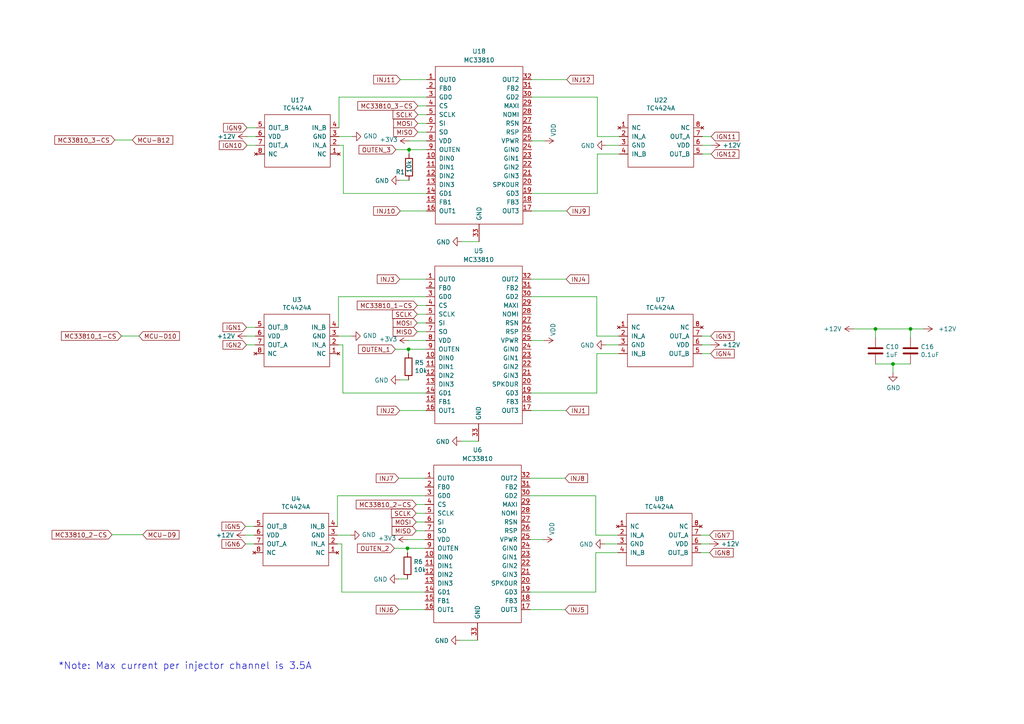
<source format=kicad_sch>
(kicad_sch (version 20230121) (generator eeschema)
  (paper "A4")
  (lib_symbols
    (symbol "AeonLabs_Automotive:MC33810" (pin_names (offset 1.016))
      (property "Reference" "U6" (at -12.7 41.021 0))
      (property "Value" "MC33810" (at -12.7 38.7096 0))
      (symbol "MC33810_0_0"
        (pin power_in line (at -12.7 -13.97 90) (length 5.08) (name "GND") (number "33"))
      )
      (symbol "MC33810_0_1"
        (rectangle (start -25.4 36.83) (end 0 -8.89))
      )
      (symbol "MC33810_1_1"
        (pin output line (at -27.94 33.02 0) (length 2.54) (name "OUT0") (number "1"))
        (pin input line (at -27.94 10.16 0) (length 2.54) (name "DIN0") (number "10"))
        (pin input line (at -27.94 7.62 0) (length 2.54) (name "DIN1") (number "11"))
        (pin input line (at -27.94 5.08 0) (length 2.54) (name "DIN2") (number "12"))
        (pin input line (at -27.94 2.54 0) (length 2.54) (name "DIN3") (number "13"))
        (pin output line (at -27.94 0 0) (length 2.54) (name "GD1") (number "14"))
        (pin input line (at -27.94 -2.54 0) (length 2.54) (name "FB1") (number "15"))
        (pin output line (at -27.94 -5.08 0) (length 2.54) (name "OUT1") (number "16"))
        (pin output line (at 2.54 -5.08 180) (length 2.54) (name "OUT3") (number "17"))
        (pin input line (at 2.54 -2.54 180) (length 2.54) (name "FB3") (number "18"))
        (pin output line (at 2.54 0 180) (length 2.54) (name "GD3") (number "19"))
        (pin input line (at -27.94 30.48 0) (length 2.54) (name "FB0") (number "2"))
        (pin output line (at 2.54 2.54 180) (length 2.54) (name "SPKDUR") (number "20"))
        (pin input line (at 2.54 5.08 180) (length 2.54) (name "GIN3") (number "21"))
        (pin input line (at 2.54 7.62 180) (length 2.54) (name "GIN2") (number "22"))
        (pin input line (at 2.54 10.16 180) (length 2.54) (name "GIN1") (number "23"))
        (pin input line (at 2.54 12.7 180) (length 2.54) (name "GIN0") (number "24"))
        (pin power_in line (at 2.54 15.24 180) (length 2.54) (name "VPWR") (number "25"))
        (pin input line (at 2.54 17.78 180) (length 2.54) (name "RSP") (number "26"))
        (pin input line (at 2.54 20.32 180) (length 2.54) (name "RSN") (number "27"))
        (pin output line (at 2.54 22.86 180) (length 2.54) (name "NOMI") (number "28"))
        (pin output line (at 2.54 25.4 180) (length 2.54) (name "MAXI") (number "29"))
        (pin output line (at -27.94 27.94 0) (length 2.54) (name "GD0") (number "3"))
        (pin output line (at 2.54 27.94 180) (length 2.54) (name "GD2") (number "30"))
        (pin input line (at 2.54 30.48 180) (length 2.54) (name "FB2") (number "31"))
        (pin output line (at 2.54 33.02 180) (length 2.54) (name "OUT2") (number "32"))
        (pin input line (at -27.94 25.4 0) (length 2.54) (name "CS") (number "4"))
        (pin input line (at -27.94 22.86 0) (length 2.54) (name "SCLK") (number "5"))
        (pin input line (at -27.94 20.32 0) (length 2.54) (name "SI") (number "6"))
        (pin output line (at -27.94 17.78 0) (length 2.54) (name "SO") (number "7"))
        (pin input line (at -27.94 15.24 0) (length 2.54) (name "VDD") (number "8"))
        (pin input line (at -27.94 12.7 0) (length 2.54) (name "OUTEN") (number "9"))
      )
    )
    (symbol "Device:C" (pin_numbers hide) (pin_names (offset 0.254))
      (property "Reference" "C" (at 0.635 2.54 0))
      (property "Value" "C" (at 0.635 -2.54 0))
      (symbol "C_0_1"
        (polyline (pts (xy -2.032 -0.762) (xy 2.032 -0.762)) (stroke (width 0.508)))
        (polyline (pts (xy -2.032 0.762) (xy 2.032 0.762)) (stroke (width 0.508)))
      )
      (symbol "C_1_1"
        (pin passive line (at 0 3.81 270) (length 2.794) (name "~") (number "1"))
        (pin passive line (at 0 -3.81 90) (length 2.794) (name "~") (number "2"))
      )
    )
    (symbol "Device:R" (pin_numbers hide) (pin_names (offset 0))
      (property "Reference" "R" (at 2.032 0 90))
      (property "Value" "R" (at 0 0 90))
      (symbol "R_0_1"
        (rectangle (start -1.016 -2.54) (end 1.016 2.54) (stroke (width 0.254)))
      )
      (symbol "R_1_1"
        (pin passive line (at 0 3.81 270) (length 1.27) (name "~") (number "1"))
        (pin passive line (at 0 -3.81 90) (length 1.27) (name "~") (number "2"))
      )
    )
    (symbol "IC_Automotive:TC4424A" (pin_names (offset 1.016))
      (property "Reference" "U" (at -7.62 38.1 0))
      (property "Value" "TC4424A" (at -15.24 38.1 0))
      (symbol "TC4424A_0_1"
        (rectangle (start -25.4 36.83) (end -6.35 21.59))
      )
      (symbol "TC4424A_1_1"
        (pin no_connect line (at -27.94 33.02 0) (length 2.54) (name "NC") (number "1"))
        (pin input line (at -27.94 30.48 0) (length 2.54) (name "IN_A") (number "2"))
        (pin power_in line (at -27.94 27.94 0) (length 2.54) (name "GND") (number "3"))
        (pin input line (at -27.94 25.4 0) (length 2.54) (name "IN_B") (number "4"))
        (pin input line (at -3.81 25.4 180) (length 2.54) (name "OUT_B") (number "5"))
        (pin power_in line (at -3.81 27.94 180) (length 2.54) (name "VDD") (number "6"))
        (pin output line (at -3.81 30.48 180) (length 2.54) (name "OUT_A") (number "7"))
        (pin no_connect line (at -3.81 33.02 180) (length 2.54) (name "NC") (number "8"))
      )
    )
    (symbol "power:+12V" (power) (pin_names (offset 0))
      (property "Value" "+12V" (at 0 3.556 0))
      (symbol "+12V_0_1"
        (polyline (pts (xy -0.762 1.27) (xy 0 2.54)))
        (polyline (pts (xy 0 0) (xy 0 2.54)))
        (polyline (pts (xy 0 2.54) (xy 0.762 1.27)))
      )
      (symbol "+12V_1_1"
        (pin power_in line (at 0 0 90) (length 0) hide (name "+12V") (number "1"))
      )
    )
    (symbol "power:+3V3" (power) (pin_names (offset 0))
      (property "Value" "+3V3" (at 0 3.556 0))
      (symbol "+3V3_0_1"
        (polyline (pts (xy -0.762 1.27) (xy 0 2.54)))
        (polyline (pts (xy 0 0) (xy 0 2.54)))
        (polyline (pts (xy 0 2.54) (xy 0.762 1.27)))
      )
      (symbol "+3V3_1_1"
        (pin power_in line (at 0 0 90) (length 0) hide (name "+3V3") (number "1"))
      )
    )
    (symbol "power:GND" (power) (pin_names (offset 0))
      (property "Value" "GND" (at 0 -3.81 0))
      (symbol "GND_0_1"
        (polyline (pts (xy 0 0) (xy 0 -1.27) (xy 1.27 -1.27) (xy 0 -2.54) (xy -1.27 -1.27) (xy 0 -1.27)))
      )
      (symbol "GND_1_1"
        (pin power_in line (at 0 0 270) (length 0) hide (name "GND") (number "1"))
      )
    )
    (symbol "power:VDD" (power) (pin_names (offset 0))
      (property "Value" "VDD" (at 0 3.81 0))
      (symbol "VDD_0_1"
        (polyline (pts (xy -0.762 1.27) (xy 0 2.54)))
        (polyline (pts (xy 0 0) (xy 0 2.54)))
        (polyline (pts (xy 0 2.54) (xy 0.762 1.27)))
      )
      (symbol "VDD_1_1"
        (pin power_in line (at 0 0 90) (length 0) hide (name "VDD") (number "1"))
      )
    )
  )
  (junction (at 253.9238 95.4024))
  (junction (at 259.0038 105.5624))
  (junction (at 264.0838 95.4024))
  (junction (at 118.491 101.2952))
  (junction (at 118.6434 43.4086))
  (junction (at 118.1862 159.0294))
  (wire (pts (xy 71.6534 37.0586) (xy 74.1934 37.0586)))
  (wire (pts (xy 173.101 97.4852) (xy 173.101 86.0552)))
  (wire (pts (xy 203.581 97.4852) (xy 206.121 97.4852)))
  (wire (pts (xy 115.6462 176.8094) (xy 123.2662 176.8094)))
  (wire (pts (xy 121.1834 35.7886) (xy 123.7234 35.7886)))
  (wire (pts (xy 118.6434 40.8686) (xy 123.7234 40.8686)))
  (wire (pts (xy 203.7334 39.5986) (xy 206.2734 39.5986)))
  (wire (pts (xy 203.7334 44.6786) (xy 206.2734 44.6786)))
  (wire (pts (xy 206.2734 42.1386) (xy 203.7334 42.1386)))
  (wire (pts (xy 99.441 113.9952) (xy 123.571 113.9952)))
  (wire (pts (xy 133.8834 70.0786) (xy 138.9634 70.0786)))
  (wire (pts (xy 99.1362 171.7294) (xy 123.2662 171.7294)))
  (wire (pts (xy 154.2034 23.0886) (xy 164.3634 23.0886)))
  (wire (pts (xy 41.402 155.0924) (xy 32.512 155.0924)))
  (wire (pts (xy 120.7262 148.8694) (xy 123.2662 148.8694)))
  (wire (pts (xy 116.1034 23.0886) (xy 123.7234 23.0886)))
  (wire (pts (xy 158.0134 40.8686) (xy 154.2034 40.8686)))
  (wire (pts (xy 114.681 101.2952) (xy 118.491 101.2952)))
  (wire (pts (xy 179.451 97.4852) (xy 173.101 97.4852)))
  (wire (pts (xy 116.1034 52.2986) (xy 118.6434 52.2986)))
  (wire (pts (xy 120.7262 146.3294) (xy 123.2662 146.3294)))
  (wire (pts (xy 118.6434 44.6786) (xy 118.6434 43.4086)))
  (wire (pts (xy 123.7234 28.1686) (xy 98.3234 28.1686)))
  (wire (pts (xy 154.2034 61.1886) (xy 164.3634 61.1886)))
  (wire (pts (xy 172.7962 155.2194) (xy 172.7962 143.7894)))
  (wire (pts (xy 173.101 86.0552) (xy 154.051 86.0552)))
  (wire (pts (xy 173.2534 44.6786) (xy 173.2534 56.1086)))
  (wire (pts (xy 98.171 86.0552) (xy 98.171 94.9452)))
  (wire (pts (xy 101.981 97.4852) (xy 98.171 97.4852)))
  (wire (pts (xy 157.861 98.7552) (xy 154.051 98.7552)))
  (wire (pts (xy 118.6434 43.4086) (xy 123.7234 43.4086)))
  (wire (pts (xy 71.6534 39.5986) (xy 74.1934 39.5986)))
  (wire (pts (xy 157.5562 156.4894) (xy 153.7462 156.4894)))
  (wire (pts (xy 179.1462 160.2994) (xy 172.7962 160.2994)))
  (wire (pts (xy 71.1962 152.6794) (xy 73.7362 152.6794)))
  (wire (pts (xy 101.6762 155.2194) (xy 97.8662 155.2194)))
  (wire (pts (xy 175.641 100.0252) (xy 179.451 100.0252)))
  (wire (pts (xy 264.0838 105.5624) (xy 259.0038 105.5624)))
  (wire (pts (xy 179.1462 155.2194) (xy 172.7962 155.2194)))
  (wire (pts (xy 172.7962 143.7894) (xy 153.7462 143.7894)))
  (wire (pts (xy 154.051 80.9752) (xy 164.211 80.9752)))
  (wire (pts (xy 102.1334 39.5986) (xy 98.3234 39.5986)))
  (wire (pts (xy 35.2298 97.4598) (xy 40.3098 97.4598)))
  (wire (pts (xy 120.7262 151.4094) (xy 123.2662 151.4094)))
  (wire (pts (xy 173.101 113.9952) (xy 154.051 113.9952)))
  (wire (pts (xy 153.7462 176.8094) (xy 163.9062 176.8094)))
  (wire (pts (xy 118.1862 159.0294) (xy 123.2662 159.0294)))
  (wire (pts (xy 253.9238 97.9424) (xy 253.9238 95.4024)))
  (wire (pts (xy 123.571 86.0552) (xy 98.171 86.0552)))
  (wire (pts (xy 121.1834 30.7086) (xy 123.7234 30.7086)))
  (wire (pts (xy 179.6034 39.5986) (xy 173.2534 39.5986)))
  (wire (pts (xy 71.501 100.0252) (xy 74.041 100.0252)))
  (wire (pts (xy 267.8938 95.4024) (xy 264.0838 95.4024)))
  (wire (pts (xy 172.7962 160.2994) (xy 172.7962 171.7294)))
  (wire (pts (xy 99.5934 56.1086) (xy 123.7234 56.1086)))
  (wire (pts (xy 114.8334 43.4086) (xy 118.6434 43.4086)))
  (wire (pts (xy 71.501 97.4852) (xy 74.041 97.4852)))
  (wire (pts (xy 121.1834 38.3286) (xy 123.7234 38.3286)))
  (wire (pts (xy 264.0838 95.4024) (xy 253.9238 95.4024)))
  (wire (pts (xy 206.121 100.0252) (xy 203.581 100.0252)))
  (wire (pts (xy 121.031 96.2152) (xy 123.571 96.2152)))
  (wire (pts (xy 153.7462 138.7094) (xy 163.9062 138.7094)))
  (wire (pts (xy 118.491 101.2952) (xy 123.571 101.2952)))
  (wire (pts (xy 203.2762 155.2194) (xy 205.8162 155.2194)))
  (wire (pts (xy 97.8662 157.7594) (xy 99.1362 157.7594)))
  (wire (pts (xy 259.0038 108.1024) (xy 259.0038 105.5624)))
  (wire (pts (xy 118.1862 160.2994) (xy 118.1862 159.0294)))
  (wire (pts (xy 173.2534 56.1086) (xy 154.2034 56.1086)))
  (wire (pts (xy 173.2534 39.5986) (xy 173.2534 28.1686)))
  (wire (pts (xy 179.451 102.5652) (xy 173.101 102.5652)))
  (wire (pts (xy 116.1034 61.1886) (xy 123.7234 61.1886)))
  (wire (pts (xy 121.031 93.6752) (xy 123.571 93.6752)))
  (wire (pts (xy 115.6462 167.9194) (xy 118.1862 167.9194)))
  (wire (pts (xy 98.3234 28.1686) (xy 98.3234 37.0586)))
  (wire (pts (xy 99.1362 157.7594) (xy 99.1362 171.7294)))
  (wire (pts (xy 179.6034 44.6786) (xy 173.2534 44.6786)))
  (wire (pts (xy 118.491 98.7552) (xy 123.571 98.7552)))
  (wire (pts (xy 71.6534 42.1386) (xy 74.1934 42.1386)))
  (wire (pts (xy 203.581 102.5652) (xy 206.121 102.5652)))
  (wire (pts (xy 173.2534 28.1686) (xy 154.2034 28.1686)))
  (wire (pts (xy 121.031 91.1352) (xy 123.571 91.1352)))
  (wire (pts (xy 33.2994 40.6146) (xy 38.3794 40.6146)))
  (wire (pts (xy 173.101 102.5652) (xy 173.101 113.9952)))
  (wire (pts (xy 71.1962 157.7594) (xy 73.7362 157.7594)))
  (wire (pts (xy 114.3762 159.0294) (xy 118.1862 159.0294)))
  (wire (pts (xy 115.951 110.1852) (xy 118.491 110.1852)))
  (wire (pts (xy 253.9238 95.4024) (xy 247.5738 95.4024)))
  (wire (pts (xy 118.1862 156.4894) (xy 123.2662 156.4894)))
  (wire (pts (xy 97.8662 143.7894) (xy 97.8662 152.6794)))
  (wire (pts (xy 120.7262 153.9494) (xy 123.2662 153.9494)))
  (wire (pts (xy 115.951 119.0752) (xy 123.571 119.0752)))
  (wire (pts (xy 133.731 127.9652) (xy 138.811 127.9652)))
  (wire (pts (xy 115.6462 138.7094) (xy 123.2662 138.7094)))
  (wire (pts (xy 99.441 100.0252) (xy 98.171 100.0252)))
  (wire (pts (xy 203.2762 160.2994) (xy 205.8162 160.2994)))
  (wire (pts (xy 71.1962 155.2194) (xy 73.7362 155.2194)))
  (wire (pts (xy 99.5934 56.1086) (xy 99.5934 42.1386)))
  (wire (pts (xy 205.8162 157.7594) (xy 203.2762 157.7594)))
  (wire (pts (xy 133.4262 185.6994) (xy 138.5062 185.6994)))
  (wire (pts (xy 71.501 94.9452) (xy 74.041 94.9452)))
  (wire (pts (xy 115.951 80.9752) (xy 123.571 80.9752)))
  (wire (pts (xy 99.441 113.9952) (xy 99.441 100.0252)))
  (wire (pts (xy 154.051 119.0752) (xy 164.211 119.0752)))
  (wire (pts (xy 172.7962 171.7294) (xy 153.7462 171.7294)))
  (wire (pts (xy 118.491 102.5652) (xy 118.491 101.2952)))
  (wire (pts (xy 175.7934 42.1386) (xy 179.6034 42.1386)))
  (wire (pts (xy 264.0838 97.9424) (xy 264.0838 95.4024)))
  (wire (pts (xy 123.2662 143.7894) (xy 97.8662 143.7894)))
  (wire (pts (xy 259.0038 105.5624) (xy 253.9238 105.5624)))
  (wire (pts (xy 121.1834 33.2486) (xy 123.7234 33.2486)))
  (wire (pts (xy 99.5934 42.1386) (xy 98.3234 42.1386)))
  (wire (pts (xy 175.3362 157.7594) (xy 179.1462 157.7594)))
  (wire (pts (xy 121.031 88.5952) (xy 123.571 88.5952)))
  (text "*Note: Max current per injector channel is 3.5A" (at 16.891 194.437 0) (effects (font (size 2.0066 2.0066)) (justify left bottom)))
  (global_label "SCLK" (shape input) (at 120.7262 148.8694 180) (property "Intersheetrefs" "${INTERSHEET_REFS}" (effects hide)))
  (global_label "IGN2" (shape input) (at 71.501 100.0252 180) (property "Intersheetrefs" "${INTERSHEET_REFS}" (effects hide)))
  (global_label "MISO" (shape input) (at 121.031 96.2152 180) (property "Intersheetrefs" "${INTERSHEET_REFS}" (effects hide)))
  (global_label "INJ3" (shape input) (at 115.951 80.9752 180) (property "Intersheetrefs" "${INTERSHEET_REFS}" (effects hide)))
  (global_label "MOSI" (shape input) (at 121.1834 35.7886 180) (property "Intersheetrefs" "${INTERSHEET_REFS}" (effects hide)))
  (global_label "IGN4" (shape input) (at 206.121 102.5652 0) (property "Intersheetrefs" "${INTERSHEET_REFS}" (effects hide)))
  (global_label "INJ7" (shape input) (at 115.6462 138.7094 180) (property "Intersheetrefs" "${INTERSHEET_REFS}" (effects hide)))
  (global_label "INJ9" (shape input) (at 164.3634 61.1886 0) (property "Intersheetrefs" "${INTERSHEET_REFS}" (effects hide)))
  (global_label "IGN5" (shape input) (at 71.1962 152.6794 180) (property "Intersheetrefs" "${INTERSHEET_REFS}" (effects hide)))
  (global_label "SCLK" (shape input) (at 121.031 91.1352 180) (property "Intersheetrefs" "${INTERSHEET_REFS}" (effects hide)))
  (global_label "IGN6" (shape input) (at 71.1962 157.7594 180) (property "Intersheetrefs" "${INTERSHEET_REFS}" (effects hide)))
  (global_label "IGN8" (shape input) (at 205.8162 160.2994 0) (property "Intersheetrefs" "${INTERSHEET_REFS}" (effects hide)))
  (global_label "IGN10" (shape input) (at 71.6534 42.1386 180) (property "Intersheetrefs" "${INTERSHEET_REFS}" (effects hide)))
  (global_label "MC33810_3-CS" (shape input) (at 121.1834 30.7086 180) (property "Intersheetrefs" "${INTERSHEET_REFS}" (effects hide)))
  (global_label "MCU-D9" (shape input) (at 41.402 155.0924 0) (property "Intersheetrefs" "${INTERSHEET_REFS}" (effects hide)))
  (global_label "INJ8" (shape input) (at 163.9062 138.7094 0) (property "Intersheetrefs" "${INTERSHEET_REFS}" (effects hide)))
  (global_label "MOSI" (shape input) (at 120.7262 151.4094 180) (property "Intersheetrefs" "${INTERSHEET_REFS}" (effects hide)))
  (global_label "MCU-B12" (shape input) (at 38.3794 40.6146 0) (property "Intersheetrefs" "${INTERSHEET_REFS}" (effects hide)))
  (global_label "IGN12" (shape input) (at 206.2734 44.6786 0) (property "Intersheetrefs" "${INTERSHEET_REFS}" (effects hide)))
  (global_label "INJ4" (shape input) (at 164.211 80.9752 0) (property "Intersheetrefs" "${INTERSHEET_REFS}" (effects hide)))
  (global_label "IGN3" (shape input) (at 206.121 97.4852 0) (property "Intersheetrefs" "${INTERSHEET_REFS}" (effects hide)))
  (global_label "MISO" (shape input) (at 120.7262 153.9494 180) (property "Intersheetrefs" "${INTERSHEET_REFS}" (effects hide)))
  (global_label "OUTEN_1" (shape input) (at 114.681 101.2952 180) (property "Intersheetrefs" "${INTERSHEET_REFS}" (effects hide)))
  (global_label "INJ6" (shape input) (at 115.6462 176.8094 180) (property "Intersheetrefs" "${INTERSHEET_REFS}" (effects hide)))
  (global_label "OUTEN_2" (shape input) (at 114.3762 159.0294 180) (property "Intersheetrefs" "${INTERSHEET_REFS}" (effects hide)))
  (global_label "IGN7" (shape input) (at 205.8162 155.2194 0) (property "Intersheetrefs" "${INTERSHEET_REFS}" (effects hide)))
  (global_label "INJ2" (shape input) (at 115.951 119.0752 180) (property "Intersheetrefs" "${INTERSHEET_REFS}" (effects hide)))
  (global_label "MISO" (shape input) (at 121.1834 38.3286 180) (property "Intersheetrefs" "${INTERSHEET_REFS}" (effects hide)))
  (global_label "MC33810_1-CS" (shape input) (at 121.031 88.5952 180) (property "Intersheetrefs" "${INTERSHEET_REFS}" (effects hide)))
  (global_label "IGN9" (shape input) (at 71.6534 37.0586 180) (property "Intersheetrefs" "${INTERSHEET_REFS}" (effects hide)))
  (global_label "MOSI" (shape input) (at 121.031 93.6752 180) (property "Intersheetrefs" "${INTERSHEET_REFS}" (effects hide)))
  (global_label "MCU-D10" (shape input) (at 40.3098 97.4598 0) (property "Intersheetrefs" "${INTERSHEET_REFS}" (effects hide)))
  (global_label "INJ5" (shape input) (at 163.9062 176.8094 0) (property "Intersheetrefs" "${INTERSHEET_REFS}" (effects hide)))
  (global_label "IGN1" (shape input) (at 71.501 94.9452 180) (property "Intersheetrefs" "${INTERSHEET_REFS}" (effects hide)))
  (global_label "MC33810_3-CS" (shape input) (at 33.2994 40.6146 180) (property "Intersheetrefs" "${INTERSHEET_REFS}" (effects hide)))
  (global_label "INJ11" (shape input) (at 116.1034 23.0886 180) (property "Intersheetrefs" "${INTERSHEET_REFS}" (effects hide)))
  (global_label "MC33810_1-CS" (shape input) (at 35.2298 97.4598 180) (property "Intersheetrefs" "${INTERSHEET_REFS}" (effects hide)))
  (global_label "INJ1" (shape input) (at 164.211 119.0752 0) (property "Intersheetrefs" "${INTERSHEET_REFS}" (effects hide)))
  (global_label "IGN11" (shape input) (at 206.2734 39.5986 0) (property "Intersheetrefs" "${INTERSHEET_REFS}" (effects hide)))
  (global_label "INJ12" (shape input) (at 164.3634 23.0886 0) (property "Intersheetrefs" "${INTERSHEET_REFS}" (effects hide)))
  (global_label "SCLK" (shape input) (at 121.1834 33.2486 180) (property "Intersheetrefs" "${INTERSHEET_REFS}" (effects hide)))
  (global_label "OUTEN_3" (shape input) (at 114.8334 43.4086 180) (property "Intersheetrefs" "${INTERSHEET_REFS}" (effects hide)))
  (global_label "MC33810_2-CS" (shape input) (at 32.512 155.0924 180) (property "Intersheetrefs" "${INTERSHEET_REFS}" (effects hide)))
  (global_label "INJ10" (shape input) (at 116.1034 61.1886 180) (property "Intersheetrefs" "${INTERSHEET_REFS}" (effects hide)))
  (global_label "MC33810_2-CS" (shape input) (at 120.7262 146.3294 180) (property "Intersheetrefs" "${INTERSHEET_REFS}" (effects hide)))
  (symbol (lib_id "IC_Automotive:TC4424A") (at 207.391 127.9652 0) (unit 1)
    (property "Reference" "U7" (at 191.516 86.9442 0))
    (property "Value" "TC4424A" (at 191.516 89.2556 0))
    (property "Footprint" "Package_SO:SOIC-8_3.9x4.9mm_P1.27mm" (effects hide))
    (property "Digikey Part Number" "TC4424AVOA-ND" (effects hide))
    (property "Manufacturer_Name" "Microchip" (effects hide))
    (property "Manufacturer_Part_Number" "TC4424AVOA" (effects hide))
    (property "URL" "https://www.digikey.com/product-detail/en/microchip-technology/TC4424AVOA/TC4424AVOA-ND/1098908" (effects hide))
  )
  (symbol (lib_id "power:GND") (at 175.641 100.0252 270) (unit 1)
    (property "Reference" "#PWR0101" (effects hide))
    (property "Value" "GND" (at 172.3898 100.1522 90) (effects (justify right)))
  )
  (symbol (lib_id "IC_Automotive:TC4424A") (at 70.231 69.5452 180) (unit 1)
    (property "Reference" "U3" (at 86.106 86.9442 0))
    (property "Value" "TC4424A" (at 86.106 89.2556 0))
    (property "Footprint" "Package_SO:SOIC-8_3.9x4.9mm_P1.27mm" (effects hide))
    (property "Digikey Part Number" "TC4424AVOA-ND" (effects hide))
    (property "Manufacturer_Name" "Microchip" (effects hide))
    (property "Manufacturer_Part_Number" "TC4424AVOA" (effects hide))
    (property "URL" "https://www.digikey.com/product-detail/en/microchip-technology/TC4424AVOA/TC4424AVOA-ND/1098908" (effects hide))
  )
  (symbol (lib_id "power:GND") (at 101.981 97.4852 90) (unit 1)
    (property "Reference" "#PWR0102" (effects hide))
    (property "Value" "GND" (at 105.2322 97.3582 90) (effects (justify right)))
  )
  (symbol (lib_id "power:+3V3") (at 118.491 98.7552 90) (unit 1)
    (property "Reference" "#PWR0103" (effects hide))
    (property "Value" "+3V3" (at 115.2398 98.3742 90) (effects (justify left)))
  )
  (symbol (lib_id "Device:R") (at 118.491 106.3752 0) (unit 1)
    (property "Reference" "R5" (at 120.269 105.2068 0) (effects (justify left)))
    (property "Value" "10k" (at 120.269 107.5182 0) (effects (justify left)))
    (property "Footprint" "Resistor_SMD:R_0805_2012Metric" (effects hide))
    (property "Digikey Part Number" "311-10KARCT-ND" (effects hide))
    (property "Manufacturer_Name" "Yageo" (effects hide))
    (property "Manufacturer_Part_Number" "RC0805JR-0710KL" (effects hide))
    (property "URL" "https://www.digikey.com/product-detail/en/yageo/RC0805JR-0710KL/311-10KARCT-ND/731188" (effects hide))
  )
  (symbol (lib_id "power:GND") (at 115.951 110.1852 270) (unit 1)
    (property "Reference" "#PWR0105" (effects hide))
    (property "Value" "GND" (at 112.6998 110.3122 90) (effects (justify right)))
  )
  (symbol (lib_id "power:GND") (at 133.731 127.9652 270) (unit 1)
    (property "Reference" "#PWR0106" (effects hide))
    (property "Value" "GND" (at 130.4798 128.0922 90) (effects (justify right)))
  )
  (symbol (lib_id "IC_Automotive:TC4424A") (at 207.0862 185.6994 0) (unit 1)
    (property "Reference" "U8" (at 191.2112 144.6784 0))
    (property "Value" "TC4424A" (at 191.2112 146.9898 0))
    (property "Footprint" "Package_SO:SOIC-8_3.9x4.9mm_P1.27mm" (effects hide))
    (property "Digikey Part Number" "TC4424AVOA-ND" (effects hide))
    (property "Manufacturer_Name" "Microchip" (effects hide))
    (property "Manufacturer_Part_Number" "TC4424AVOA" (effects hide))
    (property "URL" "https://www.digikey.com/product-detail/en/microchip-technology/TC4424AVOA/TC4424AVOA-ND/1098908" (effects hide))
  )
  (symbol (lib_id "power:GND") (at 175.3362 157.7594 270) (unit 1)
    (property "Reference" "#PWR0107" (effects hide))
    (property "Value" "GND" (at 172.085 157.8864 90) (effects (justify right)))
  )
  (symbol (lib_id "IC_Automotive:TC4424A") (at 69.9262 127.2794 180) (unit 1)
    (property "Reference" "U4" (at 85.8012 144.6784 0))
    (property "Value" "TC4424A" (at 85.8012 146.9898 0))
    (property "Footprint" "Package_SO:SOIC-8_3.9x4.9mm_P1.27mm" (effects hide))
    (property "Digikey Part Number" "TC4424AVOA-ND" (effects hide))
    (property "Manufacturer_Name" "Microchip" (effects hide))
    (property "Manufacturer_Part_Number" "TC4424AVOA" (effects hide))
    (property "URL" "https://www.digikey.com/product-detail/en/microchip-technology/TC4424AVOA/TC4424AVOA-ND/1098908" (effects hide))
  )
  (symbol (lib_id "power:GND") (at 101.6762 155.2194 90) (unit 1)
    (property "Reference" "#PWR0108" (effects hide))
    (property "Value" "GND" (at 104.9274 155.0924 90) (effects (justify right)))
  )
  (symbol (lib_id "power:+3V3") (at 118.1862 156.4894 90) (unit 1)
    (property "Reference" "#PWR0109" (effects hide))
    (property "Value" "+3V3" (at 114.935 156.1084 90) (effects (justify left)))
  )
  (symbol (lib_id "Device:R") (at 118.1862 164.1094 0) (unit 1)
    (property "Reference" "R6" (at 119.9642 162.941 0) (effects (justify left)))
    (property "Value" "10k" (at 119.9642 165.2524 0) (effects (justify left)))
    (property "Footprint" "Resistor_SMD:R_0805_2012Metric" (effects hide))
    (property "Digikey Part Number" "311-10KARCT-ND" (effects hide))
    (property "Manufacturer_Name" "Yageo" (effects hide))
    (property "Manufacturer_Part_Number" "RC0805JR-0710KL" (effects hide))
    (property "URL" "https://www.digikey.com/product-detail/en/yageo/RC0805JR-0710KL/311-10KARCT-ND/731188" (effects hide))
  )
  (symbol (lib_id "power:GND") (at 115.6462 167.9194 270) (unit 1)
    (property "Reference" "#PWR0111" (effects hide))
    (property "Value" "GND" (at 112.395 168.0464 90) (effects (justify right)))
  )
  (symbol (lib_id "power:GND") (at 133.4262 185.6994 270) (unit 1)
    (property "Reference" "#PWR0112" (effects hide))
    (property "Value" "GND" (at 130.175 185.8264 90) (effects (justify right)))
  )
  (symbol (lib_id "power:VDD") (at 157.861 98.7552 270) (unit 1)
    (property "Reference" "#PWR0104" (effects hide))
    (property "Value" "VDD" (at 160.401 93.6752 0) (effects (justify left)))
  )
  (symbol (lib_id "power:VDD") (at 157.5562 156.4894 270) (unit 1)
    (property "Reference" "#PWR0110" (effects hide))
    (property "Value" "VDD" (at 160.0962 151.4094 0) (effects (justify left)))
  )
  (symbol (lib_id "Device:C") (at 253.9238 101.7524 0) (unit 1)
    (property "Reference" "C10" (at 256.8448 100.584 0) (effects (justify left)))
    (property "Value" "1uF" (at 256.8448 102.8954 0) (effects (justify left)))
    (property "Footprint" "Capacitor_SMD:C_0805_2012Metric" (effects hide))
    (property "Digikey Part Number" "311-1365-1-ND" (effects hide))
    (property "Manufacturer_Name" "Yageo" (effects hide))
    (property "Manufacturer_Part_Number" "CC0805KKX7R7BB105" (effects hide))
    (property "URL" "https://www.digikey.com/product-detail/en/yageo/CC0805KKX7R7BB105/311-1365-1-ND/2103149" (effects hide))
  )
  (symbol (lib_id "Device:C") (at 264.0838 101.7524 0) (unit 1)
    (property "Reference" "C16" (at 267.0048 100.584 0) (effects (justify left)))
    (property "Value" "0.1uF" (at 267.0048 102.8954 0) (effects (justify left)))
    (property "Footprint" "Capacitor_SMD:C_0805_2012Metric" (effects hide))
    (property "Digikey Part Number" "311-1140-1-ND" (effects hide))
    (property "Manufacturer_Name" "Yageo" (effects hide))
    (property "Manufacturer_Part_Number" "CC0805KRX7R9BB104" (effects hide))
    (property "URL" "https://www.digikey.com.au/product-detail/en/yageo/CC0805KRX7R9BB104/311-1140-1-ND/303050" (effects hide))
  )
  (symbol (lib_id "power:GND") (at 259.0038 108.1024 0) (unit 1)
    (property "Reference" "#PWR0181" (effects hide))
    (property "Value" "GND" (at 259.1308 112.4966 0))
  )
  (symbol (lib_id "power:+12V") (at 71.1962 155.2194 90) (mirror x) (unit 1)
    (property "Reference" "#PWR0219" (effects hide))
    (property "Value" "+12V" (at 67.8942 155.2194 90) (effects (justify left)))
  )
  (symbol (lib_id "power:+12V") (at 267.8938 95.4024 270) (unit 1)
    (property "Reference" "#PWR0214" (effects hide))
    (property "Value" "+12V" (at 272.1102 95.4024 90) (effects (justify left)))
  )
  (symbol (lib_id "power:+12V") (at 71.501 97.4852 90) (mirror x) (unit 1)
    (property "Reference" "#PWR0220" (effects hide))
    (property "Value" "+12V" (at 68.199 97.4852 90) (effects (justify left)))
  )
  (symbol (lib_id "IC_Automotive:TC4424A") (at 207.5434 70.0786 0) (unit 1)
    (property "Reference" "U22" (at 191.6684 29.0576 0))
    (property "Value" "TC4424A" (at 191.6684 31.369 0))
    (property "Footprint" "Package_SO:SOIC-8_3.9x4.9mm_P1.27mm" (effects hide))
    (property "Digikey Part Number" "TC4424AVOA-ND" (effects hide))
    (property "Manufacturer_Name" "Microchip" (effects hide))
    (property "Manufacturer_Part_Number" "TC4424AVOA" (effects hide))
    (property "URL" "https://www.digikey.com/product-detail/en/microchip-technology/TC4424AVOA/TC4424AVOA-ND/1098908" (effects hide))
  )
  (symbol (lib_id "power:+12V") (at 206.2734 42.1386 270) (unit 1)
    (property "Reference" "#PWR0218" (effects hide))
    (property "Value" "+12V" (at 209.5754 42.1386 90) (effects (justify left)))
  )
  (symbol (lib_id "power:GND") (at 133.8834 70.0786 270) (unit 1)
    (property "Reference" "#PWR0150" (effects hide))
    (property "Value" "GND" (at 130.6322 70.2056 90) (effects (justify right)))
  )
  (symbol (lib_id "AeonLabs_Automotive:MC33810") (at 151.6634 56.1086 0) (unit 1)
    (property "Reference" "U18" (at 138.9634 14.8844 0))
    (property "Value" "MC33810" (at 138.9634 17.4244 0))
    (property "Footprint" "AeonLabs_Automotive:mc33810 SOIC32-P0.65-33N" (effects hide))
    (property "Manufacturer_Part_Number" "MCZ33810EK" (effects hide))
    (property "Manufacturer_Name" "NXP" (effects hide))
    (property "URL" "https://au.mouser.com/ProductDetail/NXP-Semiconductors/MCZ33810EK?qs=sGAEpiMZZMvKM5ialpXrmvfCXFdxx390" (effects hide))
  )
  (symbol (lib_id "power:GND") (at 116.1034 52.2986 270) (unit 1)
    (property "Reference" "#PWR0132" (effects hide))
    (property "Value" "GND" (at 112.8522 52.4256 90) (effects (justify right)))
  )
  (symbol (lib_id "AeonLabs_Automotive:MC33810") (at 151.511 113.9952 0) (unit 1)
    (property "Reference" "U5" (at 138.811 72.771 0))
    (property "Value" "MC33810" (at 138.811 75.311 0))
    (property "Footprint" "AeonLabs_Automotive:mc33810 SOIC32-P0.65-33N" (effects hide))
    (property "Manufacturer_Part_Number" "MCZ33810EK" (effects hide))
    (property "Manufacturer_Name" "NXP" (effects hide))
    (property "URL" "https://au.mouser.com/ProductDetail/NXP-Semiconductors/MCZ33810EK?qs=sGAEpiMZZMvKM5ialpXrmvfCXFdxx390" (effects hide))
  )
  (symbol (lib_id "power:+3V3") (at 118.6434 40.8686 90) (unit 1)
    (property "Reference" "#PWR0148" (effects hide))
    (property "Value" "+3V3" (at 115.3922 40.4876 90) (effects (justify left)))
  )
  (symbol (lib_id "power:GND") (at 175.7934 42.1386 270) (unit 1)
    (property "Reference" "#PWR0152" (effects hide))
    (property "Value" "GND" (at 172.5422 42.2656 90) (effects (justify right)))
  )
  (symbol (lib_id "power:+12V") (at 247.5738 95.4024 90) (unit 1)
    (property "Reference" "#PWR0211" (effects hide))
    (property "Value" "+12V" (at 244.1194 95.4024 90) (effects (justify left)))
  )
  (symbol (lib_id "power:GND") (at 102.1334 39.5986 90) (unit 1)
    (property "Reference" "#PWR0127" (effects hide))
    (property "Value" "GND" (at 105.3846 39.4716 90) (effects (justify right)))
  )
  (symbol (lib_id "power:+12V") (at 205.8162 157.7594 270) (unit 1)
    (property "Reference" "#PWR0217" (effects hide))
    (property "Value" "+12V" (at 209.1182 157.7594 90) (effects (justify left)))
  )
  (symbol (lib_id "power:VDD") (at 158.0134 40.8686 270) (unit 1)
    (property "Reference" "#PWR0151" (effects hide))
    (property "Value" "VDD" (at 160.5534 35.7886 0) (effects (justify left)))
  )
  (symbol (lib_id "IC_Automotive:TC4424A") (at 70.3834 11.6586 180) (unit 1)
    (property "Reference" "U17" (at 86.2584 29.0576 0))
    (property "Value" "TC4424A" (at 86.2584 31.369 0))
    (property "Footprint" "Package_SO:SOIC-8_3.9x4.9mm_P1.27mm" (effects hide))
    (property "Digikey Part Number" "TC4424AVOA-ND" (effects hide))
    (property "Manufacturer_Name" "Microchip" (effects hide))
    (property "Manufacturer_Part_Number" "TC4424AVOA" (effects hide))
    (property "URL" "https://www.digikey.com/product-detail/en/microchip-technology/TC4424AVOA/TC4424AVOA-ND/1098908" (effects hide))
  )
  (symbol (lib_id "power:+12V") (at 71.6534 39.5986 90) (mirror x) (unit 1)
    (property "Reference" "#PWR0221" (effects hide))
    (property "Value" "+12V" (at 68.3514 39.5986 90) (effects (justify left)))
  )
  (symbol (lib_id "Device:R") (at 118.6434 48.4886 0) (unit 1)
    (property "Reference" "R1" (at 114.7572 49.8856 0) (effects (justify left)))
    (property "Value" "10k" (at 118.6434 50.165 90) (effects (justify left)))
    (property "Footprint" "Resistor_SMD:R_0805_2012Metric" (effects hide))
    (property "Digikey Part Number" "311-10KARCT-ND" (effects hide))
    (property "Manufacturer_Name" "Yageo" (effects hide))
    (property "Manufacturer_Part_Number" "RC0805JR-0710KL" (effects hide))
    (property "URL" "https://www.digikey.com/product-detail/en/yageo/RC0805JR-0710KL/311-10KARCT-ND/731188" (effects hide))
  )
  (symbol (lib_id "AeonLabs_Automotive:MC33810") (at 151.2062 171.7294 0) (unit 1)
    (property "Reference" "U6" (at 138.5062 130.5052 0))
    (property "Value" "MC33810" (at 138.5062 133.0452 0))
    (property "Footprint" "AeonLabs_Automotive:mc33810 SOIC32-P0.65-33N" (effects hide))
    (property "Manufacturer_Part_Number" "MCZ33810EK" (effects hide))
    (property "Manufacturer_Name" "NXP" (effects hide))
    (property "URL" "https://au.mouser.com/ProductDetail/NXP-Semiconductors/MCZ33810EK?qs=sGAEpiMZZMvKM5ialpXrmvfCXFdxx390" (effects hide))
  )
  (symbol (lib_id "power:+12V") (at 206.121 100.0252 270) (unit 1)
    (property "Reference" "#PWR0216" (effects hide))
    (property "Value" "+12V" (at 209.423 100.0252 90) (effects (justify left)))
  )
)
</source>
